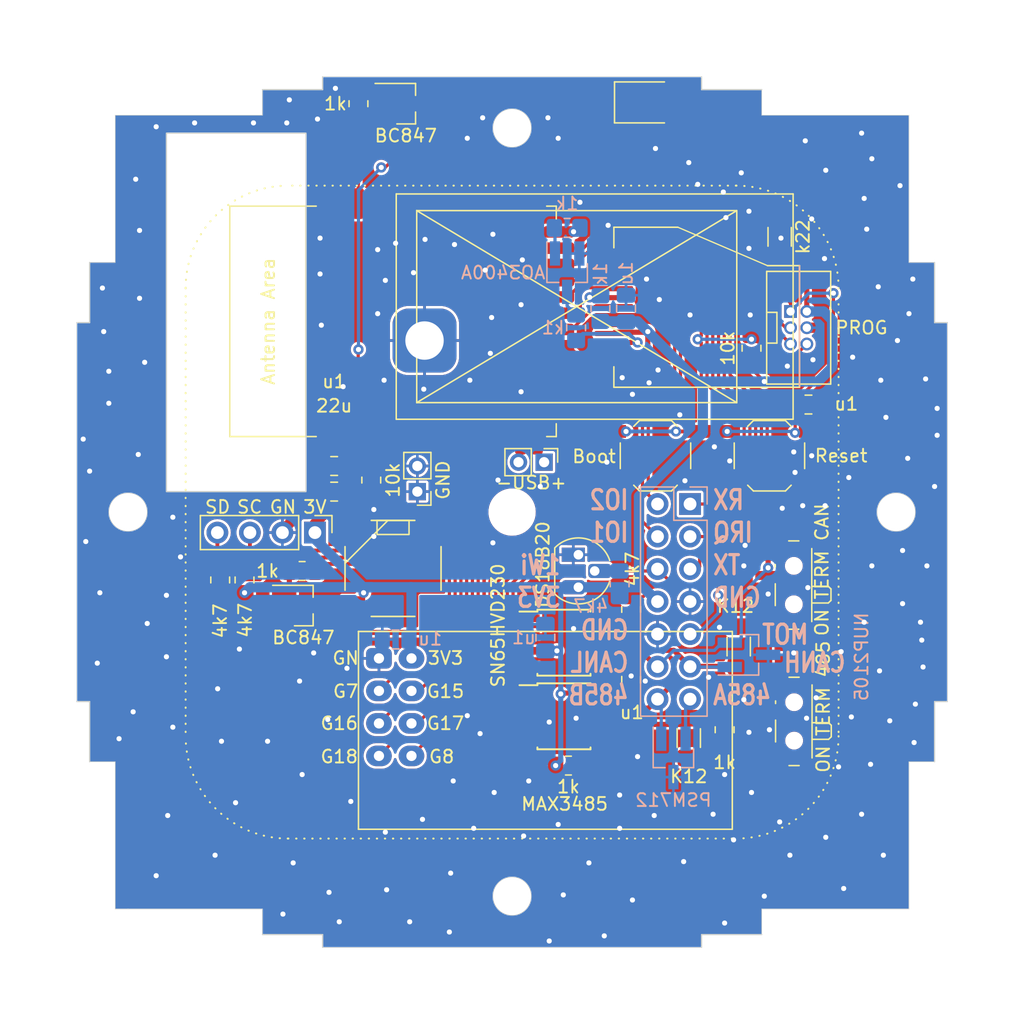
<source format=kicad_pcb>
(kicad_pcb (version 20221018) (generator pcbnew)
  (layers (0 "F.Cu" signal) (31 "B.Cu" signal) (34 "B.Paste" user) (35 "F.Paste" user) (36 "B.SilkS" user "B.Silkscreen") (37 "F.SilkS" user "F.Silkscreen") (38 "B.Mask" user) (39 "F.Mask" user) (44 "Edge.Cuts" user))
  (net 0 "")
  (net 1 "Net-(BZ1--)")
  (net 2 "+3V3")
  (net 3 "GND")
  (net 4 "ONE_WIRE")
  (net 5 "Net-(Q2-G)")
  (net 6 "PROG_EN")
  (net 7 "RS485B")
  (net 8 "RS485A")
  (net 9 "CANH")
  (net 10 "CANL")
  (net 11 "LED1")
  (net 12 "Net-(D7-K)")
  (net 13 "Net-(Q3-B)")
  (net 14 "MOTOR")
  (net 15 "Net-(D7-A)")
  (net 16 "SDA")
  (net 17 "SCL")
  (net 18 "USB+")
  (net 19 "USB-")
  (net 20 "PROG_TX")
  (net 21 "PROG_RX")
  (net 22 "PROG_IO0")
  (net 23 "Net-(Q1-B)")
  (net 24 "Net-(SW1-A)")
  (net 25 "BUZZER")
  (net 26 "Net-(U3-Rs)")
  (net 27 "Net-(SW2-A)")
  (net 28 "Net-(Q2-D)")
  (net 29 "485_RO")
  (net 30 "485_DE")
  (net 31 "485_DI")
  (net 32 "CAN_TX")
  (net 33 "CAN_RX")
  (net 35 "/LEDK")
  (net 36 "NRF_CE")
  (net 37 "NRF_CS")
  (net 38 "NRF_SCLK")
  (net 39 "NRF_MOSI")
  (net 40 "NRF_MISO")
  (net 41 "NRF_IRQ")
  (net 42 "FINGER_RX")
  (net 43 "FINGER_TX")
  (net 44 "FINGER_IRQ")
  (net 45 "CONTACT1")
  (net 46 "CONTACT2")
  (net 51 "/Reset")
  (net 55 "LCD_CS")
  (net 56 "LCD_RS")
  (net 57 "LCD_SCLK")
  (net 58 "LCD_MOSI")
  (net 59 "LCD_BACKLIGHT")
  (footprint "Resistor_SMD:R_0805_2012Metric_Pad1.20x1.40mm_HandSolder" (layer "F.Cu") (at 116.6 117 -90)
    (fp_text reference "R3" hide)
    (fp_text value "1k")
  )
  (footprint "liebler_SEMICONDUCTORS:SOIC-8_3.9x4.9mm_Pitch1.27mm_handsolder" (layer "F.Cu") (at 104.05 115.95)
    (fp_text reference "U2" hide)
    (fp_text value "MAX3485")
  )
  (footprint "Resistor_SMD:R_0805_2012Metric_Pad1.20x1.40mm_HandSolder" (layer "F.Cu") (at 77.2 105.3 -90)
    (fp_text reference "R1" hide)
    (fp_text value "4k7")
  )
  (footprint "Connector_PinHeader_2.54mm:PinHeader_1x04_P2.54mm_Vertical" (layer "F.Cu") (at 84.6 101.6 -90)
    (fp_text reference "J11" hide)
    (fp_text value "I2C_Sensor")
  )
  (footprint "Resistor_SMD:R_1206_3216Metric_Pad1.30x1.75mm_HandSolder" (layer "F.Cu") (at 117.7 110.5 -90)
    (fp_text reference "R8" hide)
    (fp_text value "K12")
  )
  (footprint "Resistor_SMD:R_1206_3216Metric_Pad1.30x1.75mm_HandSolder" (layer "F.Cu") (at 113.8 117.65 90)
    (fp_text reference "R5" hide)
    (fp_text value "K12")
  )
  (footprint "Capacitor_SMD:C_0805_2012Metric_Pad1.18x1.45mm_HandSolder" (layer "F.Cu") (at 86.1 98.4 180)
    (fp_text reference "C9" hide)
    (fp_text value "22u")
  )
  (footprint "liebler_MECH:XDCR_CMT-7525-80-SMT-TR_handsolder" (layer "F.Cu") (at 90.7 104.4 90)
    (fp_text reference "BZ1" hide)
    (fp_text value "Buzzer" hide)
  )
  (footprint "Package_TO_SOT_SMD:SOT-23_Handsoldering" (layer "F.Cu") (at 83.7 107.3)
    (fp_text reference "Q1" hide)
    (fp_text value "BC847")
  )
  (footprint "Resistor_SMD:R_0805_2012Metric_Pad1.20x1.40mm_HandSolder" (layer "F.Cu") (at 88 68.1 -90)
    (fp_text reference "R14" hide)
    (fp_text value "1k")
  )
  (footprint "liebler_MODULES:nRF24L01_Breakout" (layer "F.Cu") (at 89.6 111.425)
    (fp_text reference "U7" hide)
    (fp_text value "NRF24L01_Breakout")
  )
  (footprint "Resistor_SMD:R_0805_2012Metric_Pad1.20x1.40mm_HandSolder" (layer "F.Cu") (at 89 97.5 -90)
    (fp_text reference "R12" hide)
    (fp_text value "10k")
  )
  (footprint "liebler_MECH:SW_SPDT_PCM12_handsolder" (layer "F.Cu") (at 121.6775 105.7 90)
    (fp_text reference "SW2" hide)
    (fp_text value "ON TERM CAN")
  )
  (footprint "Resistor_SMD:R_0805_2012Metric_Pad1.20x1.40mm_HandSolder" (layer "F.Cu") (at 109.3 107.6 90)
    (fp_text reference "R7" hide)
    (fp_text value "4k7")
  )
  (footprint "liebler_MECH:SW_SPST_TL3342_smaller_handsolder" (layer "F.Cu") (at 111.2 95.6 180)
    (fp_text reference "SW5" hide)
    (fp_text value "Boot")
  )
  (footprint "Capacitor_SMD:C_0805_2012Metric_Pad1.18x1.45mm_HandSolder" (layer "F.Cu") (at 109.3 113.1 -90)
    (fp_text reference "C1" hide)
    (fp_text value "u1")
  )
  (footprint "Connector_PinHeader_2.00mm:PinHeader_1x02_P2.00mm_Vertical" (layer "F.Cu") (at 92.6 98.4 180)
    (fp_text reference "J2" hide)
    (fp_text value "GND")
  )
  (footprint "Resistor_SMD:R_0805_2012Metric_Pad1.20x1.40mm_HandSolder" (layer "F.Cu") (at 79.1 105.3 -90)
    (fp_text reference "R2" hide)
    (fp_text value "4k7")
  )
  (footprint "liebler_OPTO:LED_PLCC_2835_Handsoldering" (layer "F.Cu") (at 110.5 68)
    (fp_text reference "D7" hide)
    (fp_text value "LED")
  )
  (footprint "liebler_MODULES:ESP32-S3-WROOM-1_handsolder" (layer "F.Cu") (at 93.7 85.1 90)
    (fp_text reference "U1" hide)
    (fp_text value "ESP32-S3-WROOM-1")
  )
  (footprint "MountingHole:MountingHole_3.2mm_M3" (layer "F.Cu") (at 100 100)
    (fp_text reference "H1" hide)
    (fp_text value "CentralHole")
  )
  (footprint "Connector_PinHeader_2.00mm:PinHeader_1x02_P2.00mm_Vertical" (layer "F.Cu") (at 102.5 96.1 -90)
    (fp_text reference "J1" hide)
    (fp_text value "-USB+")
  )
  (footprint "Package_TO_SOT_THT:TO-92_HandSolder" (layer "F.Cu") (at 105.18 103.33 -90)
    (fp_text reference "U8" hide)
    (fp_text value "DS18B20")
  )
  (footprint "Resistor_SMD:R_0805_2012Metric_Pad1.20x1.40mm_HandSolder" (layer "F.Cu") (at 104.4 119.8)
    (fp_text reference "R4" hide)
    (fp_text value "1k")
  )
  (footprint "liebler_OPTO:FP-114 13pol top only" (layer "F.Cu") (at 105.05 83.95)
    (fp_text reference "X1" hide)
    (fp_text value "LH114" hide)
  )
  (footprint "liebler_CONN:IDC_2x03_P1.27mm_Vertical" (layer "F.Cu") (at 122.385 85.6)
    (fp_text reference "J10" hide)
    (fp_text value "PROG")
  )
  (footprint "Resistor_SMD:R_1206_3216Metric_Pad1.30x1.75mm_HandSolder" (layer "F.Cu") (at 120.9 78.5 90)
    (fp_text reference "R24" hide)
    (fp_text value "k22")
  )
  (footprint "liebler_MECH:SW_SPST_TL3342_smaller_handsolder" (layer "F.Cu") (at 120.1 95.6 180)
    (fp_text reference "SW4" hide)
    (fp_text value "Reset")
  )
  (footprint "Capacitor_SMD:C_0805_2012Metric_Pad1.18x1.45mm_HandSolder" (layer "F.Cu") (at 123.15 91.6)
    (fp_text reference "C10" hide)
    (fp_text value "u1")
  )
  (footprint "liebler_SEMICONDUCTORS:SOIC-8_3.9x4.9mm_Pitch1.27mm_handsolder" (layer "F.Cu") (at 104.05 110.2)
    (fp_text reference "U3" hide)
    (fp_text value "SN65HVD230")
  )
  (footprint "Resistor_SMD:R_0805_2012Metric_Pad1.20x1.40mm_HandSolder" (layer "F.Cu") (at 83.6 104.6)
    (fp_text reference "R6" hide)
    (fp_text value "1k")
  )
  (footprint "Resistor_SMD:R_0805_2012Metric_Pad1.20x1.40mm_HandSolder" (layer "F.Cu") (at 118.7 87.2 -90)
    (fp_text reference "R13" hide)
    (fp_text value "10k")
  )
  (footprint "Capacitor_SMD:C_0805_2012Metric_Pad1.18x1.45mm_HandSolder" (layer "F.Cu") (at 86.1 96.4 180)
    (fp_text reference "C8" hide)
    (fp_text value "u1")
  )
  (footprint "liebler_MECH:SW_SPDT_PCM12_handsolder" (layer "F.Cu") (at 121.7 116.35 90)
    (fp_text reference "SW1" hide)
    (fp_text value "ON TERM 485")
  )
  (footprint "Package_TO_SOT_SMD:SOT-23_Handsoldering" (layer "F.Cu") (at 91.7 68.1)
    (fp_text reference "Q3" hide)
    (fp_text value "BC847")
  )
  (footprint "Package_TO_SOT_SMD:SOT-23_Handsoldering" (layer "B.Cu") (at 112.6 119.2 -90)
    (fp_text reference "D1" hide)
    (fp_text value "PSM712")
  )
  (footprint "Resistor_SMD:R_0805_2012Metric_Pad1.20x1.40mm_HandSolder" (layer "B.Cu") (at 106.9 84.1 90)
    (fp_text reference "R11" hide)
    (fp_text value "1k")
  )
  (footprint "Resistor_SMD:R_0805_2012Metric_Pad1.20x1.40mm_HandSolder" (layer "B.Cu") (at 108.4 105.6 -90)
    (fp_text reference "R17" hide)
    (fp_text value "4k7")
  )
  (footprint "Resistor_SMD:R_0805_2012Metric_Pad1.20x1.40mm_HandSolder" (layer "B.Cu") (at 104.3 77.8 180)
    (fp_text reference "R9" hide)
    (fp_text value "1k")
  )
  (footprint "Capacitor_SMD:C_0805_2012Metric_Pad1.18x1.45mm_HandSolder" (layer "B.Cu") (at 102.6 109.8 90)
    (fp_text reference "C2" hide)
    (fp_text value "u1")
  )
  (footprint "Connector_PinHeader_2.54mm:PinHeader_2x07_P2.54mm_Vertical" (layer "B.Cu") (at 113.9 99.37 180)
    (fp_text reference "J8" hide)
    (fp_text value "BaseConnect")
  )
  (footprint "liebler_SEMICONDUCTORS:SOT-23_Handsoldering" (layer "B.Cu") (at 104.3 81.3 -90)
    (fp_text reference "Q2" hide)
    (fp_text value "AO3400A")
  )
  (footprint "Package_TO_SOT_SMD:SOT-23_Handsoldering" (layer "B.Cu") (at 118.5 111.15)
    (fp_text reference "D2" hide)
    (fp_text value "NUP2105")
  )
  (footprint "Resistor_SMD:R_0805_2012Metric_Pad1.20x1.40mm_HandSolder" (layer "B.Cu") (at 105 85.6 -90)
    (fp_text reference "R10" hide)
    (fp_text value "k1")
  )
  (footprint "Capacitor_SMD:C_0805_2012Metric_Pad1.18x1.45mm_HandSolder" (layer "B.Cu") (at 108.9 84.1 90)
    (fp_text reference "C3" hide)
    (fp_text value "1u")
  )
  (footprint "Capacitor_SMD:C_0805_2012Metric_Pad1.18x1.45mm_HandSolder" (layer "B.Cu") (at 90.9 109.95 180)
    (fp_text reference "C4" hide)
    (fp_text value "1u")
  )
  (gr_line (start 82.5 125.5) (end 117.5 125.5) (stroke (width 0.15) (type dot)) (layer "F.SilkS"))
  (gr_arc (start 125.5 117.5) (mid 123.156855 123.156855) (end 117.5 125.5) (stroke (width 0.15) (type dot)) (layer "F.SilkS"))
  (gr_line (start 125.5 82.5) (end 125.5 117.5) (stroke (width 0.15) (type dot)) (layer "F.SilkS"))
  (gr_arc (start 82.5 125.5) (mid 76.843146 123.156854) (end 74.5 117.5) (stroke (width 0.15) (type dot)) (layer "F.SilkS"))
  (gr_arc (start 117.5 74.5) (mid 123.156855 76.843145) (end 125.5 82.5) (stroke (width 0.15) (type dot)) (layer "F.SilkS"))
  (gr_arc (start 74.5 82.5) (mid 76.843146 76.843146) (end 82.5 74.5) (stroke (width 0.15) (type dot)) (layer "F.SilkS"))
  (gr_line (start 117.5 74.5) (end 82.5 74.5) (stroke (width 0.15) (type dot)) (layer "F.SilkS"))
  (gr_line (start 74.5 82.5) (end 74.5 117.5) (stroke (width 0.15) (type dot)) (layer "F.SilkS"))
  (gr_line (start 119.5 133) (end 114.8 133) (stroke (width 0.1)) (layer "Edge.Cuts"))
  (gr_line (start 133 119.5) (end 133 114.8) (stroke (width 0.1)) (layer "Edge.Cuts"))
  (gr_line (start 133 85.2) (end 134 85.2) (stroke (width 0.1)) (layer "Edge.Cuts"))
  (gr_circle (center 70 100) (end 70 98.5) (stroke (width 0.05)) (fill none) (layer "Edge.Cuts"))
  (gr_line (start 131 119.5) (end 131 131) (stroke (width 0.05)) (layer "Edge.Cuts"))
  (gr_line (start 85.2 67) (end 85.2 66) (stroke (width 0.1)) (layer "Edge.Cuts"))
  (gr_line (start 66 85.2) (end 67 85.2) (stroke (width 0.1)) (layer "Edge.Cuts"))
  (gr_line (start 67 114.8) (end 66 114.8) (stroke (width 0.1)) (layer "Edge.Cuts"))
  (gr_circle (center 100 70) (end 100 68.5) (stroke (width 0.05)) (fill none) (layer "Edge.Cuts"))
  (gr_line (start 119.5 69) (end 131 69) (stroke (width 0.05)) (layer "Edge.Cuts"))
  (gr_line (start 80.5 133) (end 85.2 133) (stroke (width 0.1)) (layer "Edge.Cuts"))
  (gr_line (start 114.8 67) (end 114.8 66) (stroke (width 0.1)) (layer "Edge.Cuts"))
  (gr_line (start 119.5 67) (end 114.8 67) (stroke (width 0.1)) (layer "Edge.Cuts"))
  (gr_line (start 67 80.5) (end 69 80.5) (stroke (width 0.05)) (layer "Edge.Cuts"))
  (gr_line (start 85.2 66) (end 114.8 66) (stroke (width 0.05)) (layer "Edge.Cuts"))
  (gr_line (start 67 80.5) (end 67 85.2) (stroke (width 0.1)) (layer "Edge.Cuts"))
  (gr_line (start 69 80.5) (end 69 69) (stroke (width 0.05)) (layer "Edge.Cuts"))
  (gr_line (start 80.5 133) (end 80.5 131) (stroke (width 0.05)) (layer "Edge.Cuts"))
  (gr_rect (start 73 70.4) (end 83.9 98.4) (stroke (width 0.1)) (fill none) (layer "Edge.Cuts"))
  (gr_line (start 133 80.5) (end 133 85.2) (stroke (width 0.1)) (layer "Edge.Cuts"))
  (gr_line (start 133 114.8) (end 134 114.8) (stroke (width 0.1)) (layer "Edge.Cuts"))
  (gr_line (start 133 119.5) (end 131 119.5) (stroke (width 0.05)) (layer "Edge.Cuts"))
  (gr_line (start 119.5 131) (end 119.5 133) (stroke (width 0.05)) (layer "Edge.Cuts"))
  (gr_circle (center 100 130) (end 100 128.5) (stroke (width 0.05)) (fill none) (layer "Edge.Cuts"))
  (gr_line (start 69 131) (end 69 119.5) (stroke (width 0.05)) (layer "Edge.Cuts"))
  (gr_line (start 80.5 131) (end 70 131) (stroke (width 0.05)) (layer "Edge.Cuts"))
  (gr_line (start 80.5 69) (end 80.5 67) (stroke (width 0.05)) (layer "Edge.Cuts"))
  (gr_line (start 131 80.5) (end 133 80.5) (stroke (width 0.05)) (layer "Edge.Cuts"))
  (gr_line (start 67 119.5) (end 67 114.8) (stroke (width 0.1)) (layer "Edge.Cuts"))
  (gr_line (start 119.5 67) (end 119.5 69) (stroke (width 0.05)) (layer "Edge.Cuts"))
  (gr_line (start 131 131) (end 119.5 131) (stroke (width 0.05)) (layer "Edge.Cuts"))
  (gr_line (start 114.8 133) (end 114.8 134) (stroke (width 0.1)) (layer "Edge.Cuts"))
  (gr_line (start 114.8 134) (end 85.2 134) (stroke (width 0.05)) (layer "Edge.Cuts"))
  (gr_line (start 69 119.5) (end 67 119.5) (stroke (width 0.05)) (layer "Edge.Cuts"))
  (gr_line (start 85.2 133) (end 85.2 134) (stroke (width 0.1)) (layer "Edge.Cuts"))
  (gr_line (start 66 114.8) (end 66 85.2) (stroke (width 0.05)) (layer "Edge.Cuts"))
  (gr_line (start 70 131) (end 69 131) (stroke (width 0.05)) (layer "Edge.Cuts"))
  (gr_circle (center 130 100) (end 130 98.5) (stroke (width 0.05)) (fill none) (layer "Edge.Cuts"))
  (gr_line (start 131 80.5) (end 131 69) (stroke (width 0.05)) (layer "Edge.Cuts"))
  (gr_line (start 69 69) (end 80.5 69) (stroke (width 0.05)) (layer "Edge.Cuts"))
  (gr_line (start 134 85.2) (end 134 114.8) (stroke (width 0.05)) (layer "Edge.Cuts"))
  (gr_line (start 80.5 67) (end 85.2 67) (stroke (width 0.1)) (layer "Edge.Cuts"))
  (gr_text "485A" (at 115.57 114.3) (layer "B.SilkS") (effects (font (size 1.5 1.2) (thickness 0.25) bold) (justify right mirror)))
  (gr_text "485B" (at 109.22 114.3) (layer "B.SilkS") (effects (font (size 1.5 1.2) (thickness 0.25) bold) (justify left mirror)))
  (gr_text "RX" (at 115.57 99.06) (layer "B.SilkS") (effects (font (size 1.5 1.2) (thickness 0.25) bold) (justify right mirror)))
  (gr_text "MOT" (at 119.4 109.57) (layer "B.SilkS") (effects (font (size 1.5 1.2) (thickness 0.25) bold) (justify right mirror)))
  (gr_text "3V3" (at 103.9 106.68) (layer "B.SilkS") (effects (font (size 1.5 1.2) (thickness 0.25) bold) (justify left mirror)))
  (gr_text "CANL" (at 109.22 111.76) (layer "B.SilkS") (effects (font (size 1.5 1.2) (thickness 0.25) bold) (justify left mirror)))
  (gr_text "IO1" (at 109.22 101.6) (layer "B.SilkS") (effects (font (size 1.5 1.2) (thickness 0.25) bold) (justify left mirror)))
  (gr_text "GND" (at 115.57 106.68) (layer "B.SilkS") (effects (font (size 1.5 1.2) (thickness 0.25) bold) (justify right mirror)))
  (gr_text "CANH" (at 121.1 111.76) (layer "B.SilkS") (effects (font (size 1.5 1.2) (thickness 0.25) bold) (justify right mirror)))
  (gr_text "TX" (at 115.57 104.14) (layer "B.SilkS") (effects (font (size 1.5 1.2) (thickness 0.25) bold) (justify right mirror)))
  (gr_text "IRQ" (at 115.57 101.6) (layer "B.SilkS") (effects (font (size 1.5 1.2) (thickness 0.25) bold) (justify right mirror)))
  (gr_text "IO2" (at 109.22 99.06) (layer "B.SilkS") (effects (font (size 1.5 1.2) (thickness 0.25) bold) (justify left mirror)))
  (gr_text "GND" (at 109.22 109.22) (layer "B.SilkS") (effects (font (size 1.5 1.2) (thickness 0.25) bold) (justify left mirror)))
  (gr_text "1Wi" (at 103.9 104.14) (layer "B.SilkS") (effects (font (size 1.5 1.2) (thickness 0.25) bold) (justify left mirror)))
  (gr_text "GN" (at 87 111.4) (layer "F.SilkS") (effects (font (size 1 1))))
  (gr_text "SC" (at 79.5 99.6) (layer "F.SilkS") (effects (font (size 1 1))))
  (gr_text "G17" (at 94.8 116.5) (layer "F.SilkS") (effects (font (size 1 1))))
  (gr_text "GN" (at 82.1 99.6) (layer "F.SilkS") (effects (font (size 1 1))))
  (gr_text "G15" (at 94.8 114) (layer "F.SilkS") (effects (font (size 1 1))))
  (gr_text "3V" (at 84.6 99.6) (layer "F.SilkS") (effects (font (size 1 1))))
  (gr_text "G7" (at 87 114) (layer "F.SilkS") (effects (font (size 1 1))))
  (gr_text "G8" (at 94.5 119.1) (layer "F.SilkS") (effects (font (size 1 1))))
  (gr_text "G18" (at 86.5 119.1) (layer "F.SilkS") (effects (font (size 1 1))))
  (gr_text "SD" (at 77 99.6) (layer "F.SilkS") (effects (font (size 1 1))))
  (gr_text "G16" (at 86.5 116.5) (layer "F.SilkS") (effects (font (size 1 1))))
  (gr_text "3V3" (at 94.8 111.4) (layer "F.SilkS") (effects (font (size 1 1))))
  (segment (start 92.9 109.4) (end 93.775 108.525) (width 0.4) (layer "F.Cu") (net 1))
  (segment (start 86.35 109.4) (end 92.9 109.4) (width 0.4) (layer "F.Cu") (net 1))
  (segment (start 85.2 107.3) (end 85.7 107.3) (width 0.4) (layer "F.Cu") (net 1))
  (segment (start 86.1 107.7) (end 86.1 109.15) (width 0.4) (layer "F.Cu") (net 1))
  (segment (start 85.7 107.3) (end 86.1 107.7) (width 0.4) (layer "F.Cu") (net 1))
  (segment (start 86.1 109.15) (end 86.35 109.4) (width 0.4) (layer "F.Cu") (net 1))
  (segment (start 86.71 98.765) (end 86.25 99.225) (width 0.8) (layer "F.Cu") (net 2))
  (segment (start 107.05 114.045) (end 109.2075 114.045) (width 0.25) (layer "F.Cu") (net 2))
  (segment (start 110.6 85.9) (end 110.6 86.268629) (width 0.4) (layer "F.Cu") (net 2))
  (segment (start 110.231371 85.9) (end 110.6 85.9) (width 0.4) (layer "F.Cu") (net 2))
  (segment (start 118.7 88.2) (end 118.7 88.8) (width 0.25) (layer "F.Cu") (net 2))
  (segment (start 103.5 110.835) (end 101.05 110.835) (width 0.4) (layer "F.Cu") (net 2))
  (segment (start 123.02 84.33) (end 123.02 82.17) (width 0.4) (layer "F.Cu") (net 2))
  (segment (start 77.2 106.3) (end 79.1 106.3) (width 0.4) (layer "F.Cu") (net 2))
  (segment (start 103.8625 114.1375) (end 109.3 114.1375) (width 0.4) (layer "F.Cu") (net 2))
  (segment (start 110.281371 87.55) (end 108.05 87.55) (width 0.4) (layer "F.Cu") (net 2))
  (segment (start 107.95 86.05) (end 108.05 85.95) (width 0.4) (layer "F.Cu") (net 2))
  (segment (start 123.02 82.17) (end 120.9 80.05) (width 0.4) (layer "F.Cu") (net 2))
  (segment (start 84.6 100.88401) (end 84.6 101.6) (width 0.8) (layer "F.Cu") (net 2))
  (segment (start 110.6 87.231371) (end 110.281371 87.55) (width 0.4) (layer "F.Cu") (net 2))
  (segment (start 118.7 88.8) (end 119.7 89.8) (width 0.25) (layer "F.Cu") (net 2))
  (segment (start 108.05 87.55) (end 107.95 87.45) (width 0.4) (layer "F.Cu") (net 2))
  (segment (start 103.8 114.2) (end 103.8625 114.1375) (width 0.4) (layer "F.Cu") (net 2))
  (segment (start 86.25 99.23401) (end 84.6 100.88401) (width 0.8) (layer "F.Cu") (net 2))
  (segment (start 110.6 86.268629) (end 110.6 87.231371) (width 0.4) (layer "F.Cu") (net 2))
  (segment (start 86.71 94.3) (end 86.71 98.765) (width 0.8) (layer "F.Cu") (net 2))
  (segment (start 110.281371 85.95) (end 110.231371 85.9) (width 0.4) (layer "F.Cu") (net 2))
  (segment (start 86.25 99.225) (end 86.25 99.23401) (width 0.8) (layer "F.Cu") (net 2))
  (segment (start 108.05 85.95) (end 110.281371 85.95) (width 0.4) (layer "F.Cu") (net 2))
  (segment (start 89 98.5) (end 87.2375 98.5) (width 0.8) (layer "F.Cu") (net 2))
  (via (at 79.1 106.3) (size 0.8) (drill 0.4) (layers "F.Cu" "B.Cu") (net 2))
  (via (at 119.7 89.8) (size 0.8) (drill 0.4) (layers "F.Cu" "B.Cu") (net 2))
  (via (at 103.5 110.835) (size 0.8) (drill 0.4) (layers "F.Cu" "B.Cu") (net 2))
  (via (at 110.6 85.9) (size 0.8) (drill 0.4) (layers "F.Cu" "B.Cu") (net 2))
  (via (at 103.8 114.2) (size 0.8) (drill 0.4) (layers "F.Cu" "B.Cu") (net 2))
  (via (at 103.4 119.8) (size 0.8) (drill 0.4) (layers "F.Cu" "B.Cu") (net 2))
  (via (at 88.4 106.3) (size 0.8) (drill 0.4) (layers "F.Cu" "B.Cu") (net 2))
  (segment (start 92.14 111.425) (end 92.14 105.91) (width 0.8) (layer "B.Cu") (net 2))
  (segment (start 110.75939 97.92) (end 110.78 97.92) (width 0.8) (layer "B.Cu") (net 2))
  (segment (start 89 105.87) (end 88.37 105.87) (width 0.8) (layer "B.Cu") (net 2))
  (segment (start 108.9 85.1375) (end 106.9375 85.1375) (width 0.4) (layer "B.Cu") (net 2))
  (segment (start 110.78 97.92) (end 114.9 93.8) (width 0.8) (layer "B.Cu") (net 2))
  (segment (start 111.36 106.99) (end 109.91 105.54) (width 0.8) (layer "B.Cu") (net 2))
  (segment (start 123.9 89.8) (end 119.7 89.8) (width 0.8) (layer "B.Cu") (net 2))
  (segment (start 110.24 105.87) (end 111.36 106.99) (width 0.8) (layer "B.Cu") (net 2))
  (segment (start 89 105.87) (end 79.53 105.87) (width 0.8) (layer "B.Cu") (net 2))
  (segment (start 105.18 105.87) (end 92.1 105.87) (width 0.8) (layer "B.Cu") (net 2))
  (segment (start 84.6 102.1) (end 84.6 101.6) (width 0.8) (layer "B.Cu") (net 2))
  (segment (start 92.14 105.91) (end 92.1 105.87) (width 0.8) (layer "B.Cu") (net 2))
  (segment (start 124.33 84.33) (end 125 85) (width 0.8) (layer "B.Cu") (net 2))
  (segment (start 125 85) (end 125 88.7) (width 0.8) (layer "B.Cu") (net 2))
  (segment (start 109.8375 85.1375) (end 110.3 85.6) (width 0.4) (layer "B.Cu") (net 2))
  (segment (start 125 88.7) (end 123.9 89.8) (width 0.8) (layer "B.Cu") (net 2))
  (segment (start 110.3 85.6) (end 110.6 85.9) (width 0.4) (layer "B.Cu") (net 2))
  (segment (start 109.8 85.1) (end 106.9 85.1) (width 0.8) (layer "B.Cu") (net 2))
  (segment (start 114.5 89.8) (end 110.3 85.6) (width 0.8) (layer "B.Cu") (net 2))
  (segment (start 109.91 98.76939) (end 110.75939 97.92) (width 0.8) (layer "B.Cu") (net 2))
  (segment (start 105.18 105.87) (end 110.24 105.87) (width 0.8) (layer "B.Cu") (net 2))
  (segment (start 123.02 84.33) (end 124.33 84.33) (width 0.8) (layer "B.Cu") (net 2))
  (segment (start 103.8 119.4) (end 103.8 105.87) (width 0.4) (layer "B.Cu") (net 2))
  (segment (start 114.9 90.2) (end 114.5 89.8) (width 0.8) (layer "B.Cu") (net 2))
  (segment (start 108.9 85.1375) (end 109.8375 85.1375) (width 0.4) (layer "B.Cu") (net 2))
  (segment (start 109.91 105.54) (end 109.91 98.76939) (width 0.8) (layer "B.Cu") (net 2))
  (segment (start 118.87939 89.8) (end 114.5 89.8) (width 0.8) (layer "B.Cu") (net 2))
  (segment (start 114.9 93.8) (end 114.9 90.2) (width 0.8) (layer "B.Cu") (net 2))
  (segment (start 92.1 105.87) (end 89 105.87) (width 0.8) (layer "B.Cu") (net 2))
  (segment (start 88.37 105.87) (end 84.6 102.1) (width 0.8) (layer "B.Cu") (net 2))
  (segment (start 114.5 89.8) (end 110.6 85.9) (width 0.4) (layer "B.Cu") (net 2))
  (segment (start 103.8 105.87) (end 105.18 105.87) (width 0.4) (layer "B.Cu") (net 2))
  (segment (start 79.53 105.87) (end 79.1 106.3) (width 0.8) (layer "B.Cu") (net 2))
  (segment (start 119.5 89.8) (end 118.87939 89.8) (width 0.8) (layer "B.Cu") (net 2))
  (segment (start 103.753834 105.87) (end 105.18 105.87) (width 0.4) (layer "B.Cu") (net 2))
  (segment (start 110.3 85.6) (end 109.8 85.1) (width 0.8) (layer "B.Cu") (net 2))
  (segment (start 103.4 119.8) (end 103.8 119.4) (width 0.4) (layer "B.Cu") (net 2))
  (segment (start 110.529899 88.15) (end 107.95 88.15) (width 0.4) (layer "F.Cu") (net 3))
  (segment (start 85.44 98.06) (end 82.06 101.44) (width 0.8) (layer "F.Cu") (net 3))
  (segment (start 107.95 84.65) (end 110.481371 84.65) (width 0.4) (layer "F.Cu") (net 3))
  (segment (start 110.481371 84.65) (end 111.4 85.568629) (width 0.4) (layer "F.Cu") (net 3))
  (segment (start 109.3 112.0625) (end 109.3 112.8) (width 0.4) (layer "F.Cu") (net 3))
  (segment (start 111.4 87.279899) (end 110.529899 88.15) (width 0.4) (layer "F.Cu") (net 3))
  (segment (start 123.02 85.6) (end 124.1 85.6) (width 0.8) (layer "F.Cu") (net 3))
  (segment (start 85.44 94.3) (end 85.44 98.06) (width 0.8) (layer "F.Cu") (net 3))
  (segment (start 111.4 85.568629) (end 111.4 87.279899) (width 0.4) (layer "F.Cu") (net 3))
  (via (at 87.4 122.6) (size 0.8) (drill 0.4) (layers "F.Cu" "B.Cu") (net 3))
  (via (at 72.2 69.9) (size 0.8) (drill 0.4) (layers "F.Cu" "B.Cu") (net 3))
  (via (at 113.1 92.4) (size 0.8) (drill 0.4) (layers "F.Cu" "B.Cu") (net 3))
  (via (at 132 110) (size 0.8) (drill 0.4) (layers "F.Cu" "B.Cu") (net 3))
  (via (at 118.5 76.5) (size 0.8) (drill 0.4) (layers "F.Cu" "B.Cu") (net 3))
  (via (at 133 98) (size 0.8) (drill 0.4) (layers "F.Cu" "B.Cu") (net 3))
  (via (at 68.1 85.9) (size 0.8) (drill 0.4) (layers "F.Cu" "B.Cu") (net 3))
  (via (at 111.2 71.6) (size 0.8) (drill 0.4) (layers "F.Cu" "B.Cu") (net 3))
  (via (at 82.9 127.4) (size 0.8) (drill 0.4) (layers "F.Cu" "B.Cu") (net 3))
  (via (at 122 95.3) (size 0.8) (drill 0.4) (layers "F.Cu" "B.Cu") (net 3))
  (via (at 66.5 94.3) (size 0.8) (drill 0.4) (layers "F.Cu" "B.Cu") (net 3))
  (via (at 118.1 104.2) (size 0.8) (drill 0.4) (layers "F.Cu" "B.Cu") (net 3))
  (via (at 127.5 108.6) (size 0.8) (drill 0.4) (layers "F.Cu" "B.Cu") (net 3))
  (via (at 131.5 115) (size 0.8) (drill 0.4) (layers "F.Cu" "B.Cu") (net 3))
  (via (at 109.3 112.8) (size 0.8) (drill 0.4) (layers "F.Cu" "B.Cu") (net 3))
  (via (at 130.9 95.8) (size 0.8) (drill 0.4) (layers "F.Cu" "B.Cu") (net 3))
  (via (at 79.8 69.6) (size 0.8) (drill 0.4) (layers "F.Cu" "B.Cu") (net 3))
  (via (at 98.6 121.9) (size 0.8) (drill 0.4) (layers "F.Cu" "B.Cu") (net 3))
  (via (at 90.1 125) (size 0.8) (drill 0.4) (layers "F.Cu" "B.Cu") (net 3))
  (via (at 90.1 81.9) (size 0.8) (drill 0.4) (layers "F.Cu" "B.Cu") (net 3))
  (via (at 82.4 69.6) (size 0.8) (drill 0.4) (layers "F.Cu" "B.Cu") (net 3))
  (via (at 70.4 115.6) (size 0.8) (drill 0.4) (layers "F.Cu" "B.Cu") (net 3))
  (via (at 93.1 90.4) (size 0.8) (drill 0.4) (layers "F.Cu" "B.Cu") (net 3))
  (via (at 73.1 123.7) (size 0.8) (drill 0.4) (layers "F.Cu" "B.Cu") (net 3))
  (via (at 128 119.7) (size 0.8) (drill 0.4) (layers "F.Cu" "B.Cu") (net 3))
  (via (at 119.7 130) (size 0.8) (drill 0.4) (layers "F.Cu" "B.Cu") (net 3))
  (via (at 118.2 102.6) (size 0.8) (drill 0.4) (layers "F.Cu" "B.Cu") (net 3))
  (via (at 76.8 126.8) (size 0.8) (drill 0.4) (layers "F.Cu" "B.Cu") (net 3))
  (via (at 118.5 79.4) (size 0.8) (drill 0.4) (layers "F.Cu" "B.Cu") (net 3))
  (via (at 100.9 125.3) (size 0.8) (drill 0.4) (layers "F.Cu" "B.Cu") (net 3))
  (via (at 123.1 105.9) (size 0.8) (drill 0.4) (layers "F.Cu" "B.Cu") (net 3))
  (via (at 68 82.5) (size 0.8) (drill 0.4) (layers "F.Cu" "B.Cu") (net 3))
  (via (at 96.7 89.7) (size 0.8) (drill 0.4) (layers "F.Cu" "B.Cu") (net 3))
  (via (at 125.7 110.9) (size 0.8) (drill 0.4) (layers "F.Cu" "B.Cu") (net 3))
  (via (at 117 96) (size 0.8) (drill 0.4) (layers "F.Cu" "B.Cu") (net 3))
  (via (at 72.2 128.4) (size 0.8) (drill 0.4) (layers "F.Cu" "B.Cu") (net 3))
  (via (at 69.3 117.7) (size 0.8) (drill 0.4) (layers "F.Cu" "B.Cu") (net 3))
  (via (at 89.2 99.8) (size 0.8) (drill 0.4) (layers "F.Cu" "B.Cu") (net 3))
  (via (at 68.5 91.5) (size 0.8) (drill 0.4) (layers "F.Cu" "B.Cu") (net 3))
  (via (at 78.7 110.7) (size 0.8) (drill 0.4) (layers "F.Cu" "B.Cu") (net 3))
  (via (at 127.3 123.6) (size 0.8) (drill 0.4) (layers "F.Cu" "B.Cu") (net 3))
  (via (at 127.3 70.4) (size 0.8) (drill 0.4) (layers "F.Cu" "B.Cu") (net 3))
  (via (at 86.8 90.2) (size 0.8) (drill 0.4) (layers "F.Cu" "B.Cu") (net 3))
  (via (at 70.9 83.3) (size 0.8) (drill 0.4) (layers "F.Cu" "B.Cu") (net 3))
  (via (at 121.1 99.7) (size 0.8) (drill 0.4) (layers "F.Cu" "B.Cu") (net 3))
  (via (at 92.3 81.3) (size 0.8) (drill 0.4) (layers "F.Cu" "B.Cu") (net 3))
  (via (at 85.7 129.7) (size 0.8) (drill 0.4) (layers "F.Cu" "B.Cu") (net 3))
  (via (at 84.8 69.3) (size 0.8) (drill 0.4) (layers "F.Cu" "B.Cu") (net 3))
  (via (at 127.5 75.5) (size 0.8) (drill 0.4) (layers "F.Cu" "B.Cu") (net 3))
  (via (at 97.5 117.3) (size 0.8) (drill 0.4) (layers "F.Cu" "B.Cu") (net 3))
  (via (at 125.5 119.9) (size 0.8) (drill 0.4) (layers "F.Cu" "B.Cu") (net 3))
  (via (at 83.4 113.2) (size 0.8) (drill 0.4) (layers "F.Cu" "B.Cu") (net 3))
  (via (at 77.3 117.9) (size 0.8) (drill 0.4) (layers "F.Cu" "B.Cu") (net 3))
  (via (at 82.6 67.8) (size 0.8) (drill 0.4) (layers "F.Cu" "B.Cu") (net 3))
  (via (at 124.5 73.3) (size 0.8) (drill 0.4) (layers "F.Cu" "B.Cu") (net 3))
  (via (at 77 113.8) (size 0.8) (drill 0.4) (layers "F.Cu" "B.Cu") (net 3))
  (via (at 74.1 103.5) (size 0.8) (drill 0.4) (layers "F.Cu" "B.Cu") (net 3))
  (via (at 111.4 88.9) (size 0.8) (drill 0.4) (layers "F.Cu" "B.Cu") (net 3))
  (via (at 98.9 97.5) (size 0.8) (drill 0.4) (layers "F.Cu" "B.Cu") (net 3))
  (via (at 129 126.8) (size 0.8) (drill 0.4) (layers "F.Cu" "B.Cu") (net 3))
  (via (at 82.1 131.4) (size 0.8) (drill 0.4) (layers "F.Cu" "B.Cu") (net 3))
  (via (at 124.5 125.4) (size 0.8) (drill 0.4) (layers "F.Cu" "B.Cu") (net 3))
  (via (at 95.1 132.8) (size 0.8) (drill 0.4) (layers "F.Cu" "B.Cu") (net 3))
  (via (at 84.5 111) (size 0.8) (drill 0.4) (layers "F.Cu" "B.Cu") (net 3))
  (via (at 111.5 83.4) (size 0.8) (drill 0.4) (layers "F.Cu" "B.Cu") (net 3))
  (via (at 106 127.4) (size 0.8) (drill 0.4) (layers "F.Cu" "B.Cu") (net 3))
  (via (at 73 106.5) (size 0.8) (drill 0.4) (layers "F.Cu" "B.Cu") (net 3))
  (via (at 115.7 123.6) (size 0.8) (drill 0.4) (layers "F.Cu" "B.Cu") (net 3))
  (via (at 96.5 70.8) (size 0.8) (drill 0.4) (layers "F.Cu" "B.Cu") (net 3))
  (via (at 89.2 101.9) (size 0.8) (drill 0.4) (layers "F.Cu" "B.Cu") (net 3))
  (via (at 120 106.4) (size 0.8) (drill 0.4) (layers "F.Cu" "B.Cu") (net 3))
  (via (at 97.9 81.1) (size 0.8) (drill 0.4) (layers "F.Cu" "B.Cu") (net 3))
  (via (at 98.3 87.6) (size 0.8) (drill 0.4) (layers "F.Cu" "B.Cu") (net 3))
  (via (at 97.7 69.2) (size 0.8) (drill 0.4) (layers "F.Cu" "B.Cu") (net 3))
  (via (at 118.1 114.65) (size 0.8) (drill 0.4) (layers "F.Cu" "B.Cu") (net 3))
  (via (at 126.5 116) (size 0.8) (drill 0.4) (layers "F.Cu" "B.Cu") (net 3))
  (via (at 102.2 98) (size 0.8) (drill 0.4) (layers "F.Cu" "B.Cu") (net 3))
  (via (at 128.6 82.4) (size 0.8) (drill 0.4) (layers "F.Cu" "B.Cu") (net 3))
  (via (at 67.6 111.8) (size 0.8) (drill 0.4) (layers "F.Cu" "B.Cu") (net 3))
  (via (at 122 111) (size 0.8) (drill 0.4) (layers "F.Cu" "B.Cu") (net 3))
  (via (at 98.4 84.8) (size 0.8) (drill 0.4) (layers "F.Cu" "B.Cu") (net 3))
  (via (at 102.8 69.2) (size 0.8) (drill 0.4) (layers "F.Cu" "B.Cu") (net 3))
  (via (at 68.5 89) (size 0.8) (drill 0.4) (layers "F.Cu" "B.Cu") (net 3))
  (via (at 133.2 94) (size 0.8) (drill 0.4) (layers "F.Cu" "B.Cu") (net 3))
  (via (at 98.5 78.3) (size 0.8) (drill 0.4) (layers "F.Cu" "B.Cu") (net 3))
  (via (at 85.6 116.2) (size 0.8) (drill 0.4) (layers "F.Cu" "B.Cu") (net 3))
  (via (at 118.7 121.9) (size 0.8) (drill 0.4) (layers "F.Cu" "B.Cu") (net 3))
  (via (at 71.5 108.7) (size 0.8) (drill 0.4) (layers "F.Cu" "B.Cu") (net 3))
  (via (at 105 116.1) (size 0.8) (drill 0.4) (layers "F.Cu" "B.Cu") (net 3))
  (via (at 85.1 85.4) (size 0.8) (drill 0.4) (layers "F.Cu" "B.Cu") (net 3))
  (via (at 130.1 86.6) (size 0.8) (drill 0.4) (layers "F.Cu" "B.Cu") (net 3))
  (via (at 107.4 96.1) (size 0.8) (drill 0.4) (layers "F.Cu" "B.Cu") (net 3))
  (via (at 128.1 104.2) (size 0.8) (drill 0.4) (layers "F.Cu" "B.Cu") (net 3))
  (via (at 115.35 112.9) (size 0.8) (drill 0.4) (layers "F.Cu" "B.Cu") (net 3))
  (via (at 132.1 112.1) (size 0.8) (drill 0.4) (layers "F.Cu" "B.Cu") (net 3))
  (via (at 116.5 75) (size 0.8) (drill 0.4) (layers "F.Cu" "B.Cu") (net 3))
  (via (at 85 81.4) (size 0.8) (drill 0.4) (layers "F.Cu" "B.Cu") (net 3))
  (via (at 116.6 120.5) (size 0.8) (drill 0.4) (layers "F.Cu" "B.Cu") (net 3))
  (via (at 123.75 114.5) (size 0.8) (drill 0.4) (layers "F.Cu" "B.Cu") (net 3))
  (via (at 66.7 102.3) (size 0.8) (drill 0.4) (layers "F.Cu" "B.Cu") (net 3))
  (via (at 122.7 99.5) (size 0.8) (drill 0.4) (layers "F.Cu" "B.Cu") (net 3))
  (via (at 100.8 80.3) (size 0.8) (drill 0.4) (layers "F.Cu" "B.Cu") (net 3))
  (via (at 90 89.7) (size 0.8) (drill 0.4) (layers "F.Cu" "B.Cu") (net 3))
  (via (at 131.4 118) (size 0.8) (drill 0.4) (layers "F.Cu" "B.Cu") (net 3))
  (via (at 93.2 78.7) (size 0.8) (drill 0.4) (layers "F.Cu" "B.Cu") (net 3))
  (via (at 87.1 112.2) (size 0.8) (drill 0.4) (layers "F.Cu" "B.Cu") (net 3))
  (via (at 116.7 77) (size 0.8) (drill 0.4) (layers "F.Cu" "B.Cu") (net 3))
  (via (at 113.8 72.7) (size 0.8) (drill 0.4) (layers "F.Cu" "B.Cu") (net 3))
  (via (at 130.3 74.5) (size 0.8) (drill 0.4) (layers "F.Cu" "B.Cu") (net 3))
  (via (at 130.5 107.15) (size 0.8) (drill 0.4) (layers "F.Cu" "B.Cu") (net 3))
  (via (at 104.8 109.1) (size 0.8) (drill 0.4) (layers "F.Cu" "B.Cu") (net 3))
  (via (at 128.8 89.7) (size 0.8) (drill 0.4) (layers "F.Cu" "B.Cu") (net 3))
  (via (at 103.6 124.4) (size 0.8) (drill 0.4) (layers "F.Cu" "B.Cu") (net 3))
  (via (at 89.5 84.5) (size 0.8) (drill 0.4) (layers "F.Cu" "B.Cu") (net 3))
  (via (at 109.4 130.3) (size 0.8) (drill 0.4) (layers "F.Cu" "B.Cu") (net 3))
  (via (at 116.6 132.1) (size 0.8) (drill 0.4) (layers "F.Cu" "B.Cu") (net 3))
  (via (at 78.4 122.7) (size 0.8) (drill 0.4) (layers "F.Cu" "B.Cu") (net 3))
  (via (at 67 96.8) (size 0.8) (drill 0.4) (layers "F.Cu" "B.Cu") (net 3))
  (via (at 107.5 77.6) (size 0.8) (drill 0.4) (layers "F.Cu" "B.Cu") (net 3))
  (via (at 114.5 74.4) (size 0.8) (drill 0.4) (layers "F.Cu" "B.Cu") (net 3))
  (via (at 132.4 104.2) (size 0.8) (drill 0.4) (layers "F.Cu" "B.Cu") (net 3))
  (via (at 117.9 73.5) (size 0.8) (drill 0.4) (layers "F.Cu" "B.Cu") (net 3))
  (via (at 75.2 69.6) (size 0.8) (drill 0.4) (layers "F.Cu" "B.Cu") (net 3))
  (via (at 73.5 116.8) (size 0.8) (drill 0.4) (layers "F.Cu" "B.Cu") (net 3))
  (via (at 105.3 75.8) (size 0.8) (drill 0.4) (layers "F.Cu" "B.Cu") (net 3))
  (via (at 129.2 92.6) (size 0.8) (drill 0.4) (layers "F.Cu" "B.Cu") (net 3))
  (via (at 124.45 99.5) (size 0.8) (drill 0.4) (layers "F.Cu" "B.Cu") (net 3))
  (via (at 73 111.3) (size 0.8) (drill 0.4) (layers "F.Cu" "B.Cu") (net 3))
  (via (at 110.4 113.2) (size 0.8) (drill 0.4) (layers "F.Cu" "B.Cu") (net 3))
  (via (at 120.9 124.2) (size 0.8) (drill 0.4) (layers "F.Cu" "B.Cu") (net 3))
  (via (at 86.5 132) (size 0.8) (drill 0.4) (layers "F.Cu" "B.Cu") (net 3))
  (via (at 102.9 133.5) (size 0.8) (drill 0.4) (layers "F.Cu" "B.Cu") (net 3))
  (via (at 126.3 97.3) (size 0.8) (drill 0.4) (layers "F.Cu" "B.Cu") (net 3))
  (via (at 70.9 78) (size 0.8) (drill 0.4) (layers "F.Cu" "B.Cu") (net 3))
  (via (at 80.9 117.9) (size 0.8) (drill 0.4) (layers "F.Cu" "B.Cu") (net 3))
  (via (at 108.6 89.5) (size 0.8) (drill 0.4) (layers "F.Cu" "B.Cu") (net 3))
  (via (at 89.5 79.5) (size 0.8) (drill 0.4) (layers "F.Cu" "B.Cu") (net 3))
  (via (at 129.5 116.3) (size 0.8) (drill 0.4) (layers "F.Cu" "B.Cu") (net 3))
  (via (at 125.9 129.4) (size 0.8) (drill 0.4) (layers "F.Cu" "B.Cu") (net 3))
  (via (at 96.5 115.9) (size 0.8) (drill 0.4) (layers "F.Cu" "B.Cu") (net 3))
  (via (at 100.7 90.6) (size 0.8) (drill 0.4) (layers "F.Cu" "B.Cu") (net 3))
  (via (at 104 129.9) (size 0.8) (drill 0.4) (layers "F.Cu" "B.Cu") (net 3))
  (via (at 100.7 83.8) (size 0.8) (drill 0.4) (layers "F.Cu" "B.Cu") (net 3))
  (via (at 120.1 117) (size 0.8) (drill 0.4) (layers "F.Cu" "B.Cu") (net 3))
  (via (at 113.5 97.55) (size 0.8) (drill 0.4) (layers "F.Cu" "B.Cu") (net 3))
  (via (at 118.6 84.6) (size 0.8) (drill 0.4) (layers "F.Cu" "B.Cu") (net 3))
  (via (at 70.8 95.5) (size 0.8) (drill 0.4) (layers "F.Cu" "B.Cu") (net 3))
  (via (at 113.9 84.6) (size 0.8) (drill 0.4) (layers "F.Cu" "B.Cu") (net 3))
  (via (at 92 132) (size 0.8) (drill 0.4) (layers "F.Cu" "B.Cu") (net 3))
  (via (at 124.4 80.2) (size 0.8) (drill 0.4) (layers "F.Cu" "B.Cu") (net 3))
  (via (at 111.1 123.7) (size 0.8) (drill 0.4) (layers "F.Cu" "B.Cu") (net 3))
  (via (at 122.9 71) (size 0.8) (drill 0.4) (layers "F.Cu" "B.Cu") (net 3))
  (via (at 107.2 133.1) (size 0.8) (drill 0.4) (layers "F.Cu" "B.Cu") (net 3))
  (via (at 109.8 119.1) (size 0.8) (drill 0.4) (layers "F.Cu" "B.Cu") (net 3))
  (via (at 133.2 91.9) (size 0.8) (drill 0.4) (layers "F.Cu" "B.Cu") (net 3))
  (via (at 102.9 116.4) (size 0.8) (drill 0.4) (layers "F.Cu" "B.Cu") (net 3))
  (via (at 95.2 128.2) (size 0.8) (drill 0.4) (layers "F.Cu" "B.Cu") (net 3))
  (via (at 121.7 126.8) (size 0.8) (drill 0.4) (layers "F.Cu" "B.Cu") (net 3))
  (via (at 123.4 77.1) (size 0.8) (drill 0.4) (layers "F.Cu" "B.Cu") (net 3))
  (via (at 115.8 94.9) (size 0.8) (drill 0.4) (layers "F.Cu" "B.Cu") (net 3))
  (via (at 113.4 127.3) (size 0.8) (drill 0.4) (layers "F.Cu" "B.Cu") (net 3))
  (via (at 122.1 96.9) (size 0.8) (drill 0.4) (layers "F.Cu" "B.Cu") (net 3))
  (via (at 109.4 90.8) (size 0.8) (drill 0.4) (layers "F.Cu" "B.Cu") (net 3))
  (via (at 85 78.6) (size 0.8) (drill 0.4) (layers "F.Cu" "B.Cu") (net 3))
  (via (at 97 124.7) (size 0.8) (drill 0.4) (layers "F.Cu" "B.Cu") (net 3))
  (via (at 128.7 112.4) (size 0.8) (drill 0.4) (layers "F.Cu" "B.Cu") (net 3))
  (via (at 95.4 121) (size 0.8) (drill 0.4) (layers "F.Cu" "B.Cu") (net 3))
  (via (at 128.1 72.4) (size 0.8) (drill 0.4) (layers "F.Cu" "B.Cu") (net 3))
  (via (at 131.3 81.8) (size 0.8) (drill 0.4) (layers "F.Cu" "B.Cu") (net 3))
  (via (at 98.5 102.4) (size 0.8) (drill 0.4) (layers "F.Cu" "B.Cu") (net 3))
  (via (at 123.4 95.6) (size 0.8) (drill 0.4) (layers "F.Cu" "B.Cu") (net 3))
  (via (at 126.6 87.9) (size 0.8) (drill 0.4) (layers "F.Cu" "B.Cu") (net 3))
  (via (at 118.5 117.2) (size 0.8) (drill 0.4) (layers "F.Cu" "B.Cu") (net 3))
  (via (at 67.8 106.3) (size 0.8) (drill 0.4) (layers "F.Cu" "B.Cu") (net 3))
  (via (at 90.9 79) (size 0.8) (drill 0.4) (layers "F.Cu" "B.Cu") (net 3))
  (via (at 127.7 77.9) (size 0.8) (drill 0.4) (layers "F.Cu" "B.Cu") (net 3))
  (via (at 110.7 89.9) (size 0.8) (drill 0.4) (layers "F.Cu" "B.Cu") (net 3))
  (via (at 117.3 125.6) (size 0.8) (drill 0.4) (layers "F.Cu" "B.Cu") (net 3))
  (via (at 130.5 103) (size 0.8) (drill 0.4) (layers "F.Cu" "B.Cu") (net 3))
  (via (at 121.5 88.6) (size 0.8) (drill 0.4) (layers "F.Cu" "B.Cu") (net 3))
  (via (at 110.5 81.8) (size 0.8) (drill 0.4) (layers "F.Cu" "B.Cu") (net 3))
  (via (at 103.6 70.8) (size 0.8) (drill 0.4) (layers "F.Cu" "B.Cu") (net 3))
  (via (at 131 84.5) (size 0.8) (drill 0.4) (layers "F.Cu" "B.Cu") (net 3))
  (via (at 123 116.1) (size 0.8) (drill 0.4) (layers "F.Cu" "B.Cu") (net 3))
  (via (at 108.4 122.1) (size 0.8) (drill 0.4) (layers "F.Cu" "B.Cu") (net 3))
  (via (at 86.2 66.9) (size 0.8) (drill 0.4) (layers "F.Cu" "B.Cu") (net 3))
  (via (at 73.5 100.4) (size 0.8) (drill 0.4) (layers "F.Cu" "B.Cu") (net 3))
  (via (at 71.3 88.3) (size 0.8) (drill 0.4) (layers "F.Cu" "B.Cu") (net 3))
  (via (at 83.6 120.5) (size 0.8) (drill 0.4) (layers "F.Cu" "B.Cu") (net 3))
  (via (at 132.3 89.6) (size 0.8) (drill 0.4) (layers "F.Cu" "B.Cu") (net 3))
  (via (at 90.2 129.5) (size 0.8) (drill 0.4) (layers "F.Cu" "B.Cu") (net 3))
  (via (at 131.9 108.6) (size 0.8) (drill 0.4) (layers "F.Cu" "B.Cu") (net 3))
  (via (at 108.4 124.7) (size 0.8) (drill 0.4) (layers "F.Cu" "B.Cu") (net 3))
  (via (at 121 78.6) (size 0.8) (drill 0.4) (layers "F.Cu" "B.Cu") (net 3))
  (via (at 123.5 88.1) (size 0.8) (drill 0.4) (layers "F.Cu" "B.Cu") (net 3))
  (via (at 93 124) (size 0.8) (drill 0.4) (layers "F.Cu" "B.Cu") (net 3))
  (via (at 116.2 109) (size 0.8) (drill 0.4) (layers "F.Cu" "B.Cu") (net 3))
  (via (at 95.5 79.1) (size 0.8) (drill 0.4) (layers "F.Cu" "B.Cu") (net 3))
  (via (at 101.3 121) (size 0.8) (drill 0.4) (layers "F.Cu" "B.Cu") (net 3))
  (via (at 70.6 74) (size 0.8) (drill 0.4) (layers "F.Cu" "B.Cu") (net 3))
  (segment (start 115.1 104.911701) (end 114.386701 105.625) (width 0.25) (layer "F.Cu") (net 4))
  (segment (start 111.21 104.6) (end 106.45 104.6) (width 0.25) (layer "F.Cu") (net 4))
  (segment (start 112.535 105.625) (end 111.36 104.45) (width 0.25) (layer "F.Cu") (net 4))
  (segment (start 93.06 75.2) (end 93.06 74.485948) (width 0.25) (layer "F.Cu") (net 4))
  (segment (start 114.386701 105.625) (end 112.535 105.625) (width 0.25) (layer "F.Cu") (net 4))
  (segment (start 93.06 74.485948) (end 94.520948 73.025) (width 0.25) (layer "F.Cu") (net 4))
  (segment (start 119.475 92.365812) (end 119.475 98.734188) (width 0.25) (layer "F.Cu") (net 4))
  (segment (start 119.475 98.734188) (end 115.1 103.109188) (width 0.25) (layer "F.Cu") (net 4))
  (segment (start 116.575 89.465812) (end 119.475 92.365812) (width 0.25) (layer "F.Cu") (net 4))
  (segment (start 116.575 81.045889) (end 116.575 89.465812) (width 0.25) (layer "F.Cu") (net 4))
  (segment (start 94.520948 73.025) (end 108.554111 73.025) (width 0.25) (layer "F.Cu") (net 4))
  (segment (start 108.554111 73.025) (end 116.575 81.045889) (width 0.25) (layer "F.Cu") (net 4))
  (segment (start 115.1 103.109188) (end 115.1 104.911701) (width 0.25) (layer "F.Cu") (net 4))
  (segment (start 103.35 77.85) (end 103.3 77.8) (width 0.25) (layer "B.Cu") (net 5))
  (segment (start 103.35 79.8) (end 103.35 77.85) (width 0.25) (layer "B.Cu") (net 5))
  (segment (start 122.1 93.8) (end 122.1125 93.7875) (width 0.25) (layer "F.Cu") (net 6))
  (segment (start 107.6 69.525305) (end 121.75 83.675305) (width 0.25) (layer "F.Cu") (net 6))
  (segment (start 87.98 94.3) (end 87.98 87.32) (width 0.25) (layer "F.Cu") (net 6))
  (segment (start 122.1125 93.7875) (end 122.1125 91.6) (width 0.25) (layer "F.Cu") (net 6))
  (segment (start 125.1 88.4) (end 125.1 82.9) (width 0.25) (layer "F.Cu") (net 6))
  (segment (start 89.779149 73.079149) (end 90.084455 73.079149) (width 0.25) (layer "F.Cu") (net 6))
  (segment (start 87.98 95.48) (end 89 96.5) (width 0.3) (layer "F.Cu") (net 6))
  (segment (start 106.4 68.3) (end 107.6 69.5) (width 0.25) (layer "F.Cu") (net 6))
  (segment (start 90.084455 73.079149) (end 94.863604 68.3) (width 0.25) (layer "F.Cu") (net 6))
  (segment (start 121.75 83.675305) (end 121.75 84.33) (width 0.25) (layer "F.Cu") (net 6))
  (segment (start 94.863604 68.3) (end 106.4 68.3) (width 0.25) (layer "F.Cu") (net 6))
  (segment (start 107.6 69.5) (end 107.6 69.525305) (width 0.25) (layer "F.Cu") (net 6))
  (segment (start 122.2 93.7) (end 122.1 93.8) (width 0.25) (layer "F.Cu") (net 6))
  (segment (start 123.4 93.7) (end 122.2 93.7) (width 0.25) (layer "F.Cu") (net 6))
  (segment (start 122.1125 91.3875) (end 125.1 88.4) (width 0.25) (layer "F.Cu") (net 6))
  (segment (start 87.98 87.32) (end 88 87.3) (width 0.25) (layer "F.Cu") (net 6))
  (segment (start 87.98 94.3) (end 87.98 95.48) (width 0.3) (layer "F.Cu") (net 6))
  (via (at 116.8 93.7) (size 0.8) (drill 0.4) (layers "F.Cu" "B.Cu") (net 6))
  (via (at 125.1 82.9) (size 0.8) (drill 0.4) (layers "F.Cu" "B.Cu") (net 6))
  (via (at 89.779149 73.079149) (size 0.8) (drill 0.4) (layers "F.Cu" "B.Cu") (net 6))
  (via (at 122.1 93.8) (size 0.8) (drill 0.4) (layers "F.Cu" "B.Cu") (net 6))
  (via (at 88 87.3) (size 0.8) (drill 0.4) (layers "F.Cu" "B.Cu") (net 6))
  (segment (start 116.8 93.7) (end 122 93.7) (width 0.25) (layer "B.Cu") (net 6))
  (segment (start 125.1 82.9) (end 123.18 82.9) (width 0.25) (layer "B.Cu") (net 6))
  (segment (start 122 93.7) (end 122.1 93.8) (width 0.25) (layer "B.Cu") (net 6))
  (segment (start 123.18 82.9) (end 121.75 84.33) (width 0.25) (layer "B.Cu") (net 6))
  (segment (start 88 74.858298) (end 88 87.3) (width 0.25) (layer "B.Cu") (net 6))
  (segment (start 89.779149 73.079149) (end 88 74.858298) (width 0.25) (layer "B.Cu") (net 6))
  (segment (start 107.05 115.315) (end 110.655 115.315) (width 0.4) (layer "F.Cu") (net 7))
  (segment (start 112.61 113.36) (end 114.56 113.36) (width 0.4) (layer "F.Cu") (net 7))
  (segment (start 116.8 115.6) (end 116.3 115.1) (width 0.4) (layer "F.Cu") (net 7))
  (segment (start 120.02 115.6) (end 116.8 115.6) (width 0.4) (layer "F.Cu") (net 7))
  (segment (start 110.655 115.315) (end 111.36 114.61) (width 0.4) (layer "F.Cu") (net 7))
  (segment (start 116.3 115.1) (end 116.6 115.4) (width 0.4) (layer "F.Cu") (net 7))
  (segment (start 114.56 113.36) (end 116.3 115.1) (width 0.4) (layer "F.Cu") (net 7))
  (segment (start 116.6 115.4) (end 116.6 116) (width 0.4) (layer "F.Cu") (net 7))
  (segment (start 120.02 115.6) (end 120.02 114.1) (width 0.25) (layer "F.Cu") (net 7))
  (segment (start 111.36 114.61) (end 112.61 113.36) (width 0.4) (layer "F.Cu") (net 7))
  (segment (start 111.65 117.7) (end 111.65 114.9) (width 0.25) (layer "B.Cu") (net 7))
  (segment (start 105.4 119.8) (end 105.4 117.305) (width 0.4) (layer "F.Cu") (net 8))
  (segment (start 105.4 117.305) (end 106.12 116.585) (width 0.4) (layer "F.Cu") (net 8))
  (segment (start 106.25 116.585) (end 105.4 117.435) (width 0.25) (layer "F.Cu") (net 8))
  (segment (start 113.8 116.1) (end 113.8 114.71) (width 0.4) (layer "F.Cu") (net 8))
  (segment (start 113.315 116.585) (end 113.8 116.1) (width 0.4) (layer "F.Cu") (net 8))
  (segment (start 106.12 116.585) (end 107.05 116.585) (width 0.4) (layer "F.Cu") (net 8))
  (segment (start 107.05 116.585) (end 113.315 116.585) (width 0.4) (layer "F.Cu") (net 8))
  (segment (start 105.4 117.435) (end 105.4 119.8) (width 0.25) (layer "F.Cu") (net 8))
  (segment (start 113.55 117.7) (end 113.55 114.96) (width 0.25) (layer "B.Cu") (net 8))
  (segment (start 117.7 112.05) (end 113.92 112.05) (width 0.4) (layer "F.Cu") (net 9))
  (segment (start 110.862233 110.8) (end 112.63 110.8) (width 0.4) (layer "F.Cu") (net 9))
  (segment (start 109.712233 109.65) (end 110.862233 110.8) (width 0.4) (layer "F.Cu") (net 9))
  (segment (start 112.63 110.8) (end 113.9 112.07) (width 0.4) (layer "F.Cu") (net 9))
  (segment (start 107.135 109.65) (end 109.712233 109.65) (width 0.4) (layer "F.Cu") (net 9))
  (segment (start 117 112.1) (end 113.93 112.1) (width 0.25) (layer "B.Cu") (net 9))
  (segment (start 119.9975 104.95) (end 119.9975 103.45) (width 0.4) (layer "F.Cu") (net 10))
  (segment (start 110.048705 110.835) (end 111.283705 112.07) (width 0.4) (layer "F.Cu") (net 10))
  (segment (start 119.9975 104.35) (end 119.9975 104.95) (width 0.25) (layer "F.Cu") (net 10))
  (segment (start 107.05 110.835) (end 110.048705 110.835) (width 0.4) (layer "F.Cu") (net 10))
  (segment (start 119.9975 103.45) (end 119.9975 104.35) (width 0.25) (layer "F.Cu") (net 10))
  (via (at 119.9975 104.35) (size 0.8) (drill 0.4) (layers "F.Cu" "B.Cu") (net 10))
  (segment (start 117.9 106.4475) (end 119.9975 104.35) (width 0.25) (layer "B.Cu") (net 10))
  (segment (start 117 110.2) (end 117.5 110.2) (width 0.25) (layer "B.Cu") (net 10))
  (segment (start 116.4 110.2) (end 115.8 110.8) (width 0.25) (layer "B.Cu") (net 10))
  (segment (start 117.9 109.8) (end 117.9 106.4475) (width 0.25) (layer "B.Cu") (net 10))
  (segment (start 115.8 110.8) (end 112.63 110.8) (width 0.25) (layer "B.Cu") (net 10))
  (segment (start 112.63 110.8) (end 111.36 112.07) (width 0.25) (layer "B.Cu") (net 10))
  (segment (start 117.5 110.2) (end 117.9 109.8) (width 0.25) (layer "B.Cu") (net 10))
  (segment (start 117 110.2) (end 116.4 110.2) (width 0.25) (layer "B.Cu") (net 10))
  (segment (start 87.98 75.2) (end 87.98 74.38) (width 0.25) (layer "F.Cu") (net 11))
  (segment (start 87.98 74.38) (end 88 74.36) (width 0.25) (layer "F.Cu") (net 11))
  (segment (start 88 74.36) (end 88 69.1) (width 0.25) (layer "F.Cu") (net 11))
  (segment (start 94.677208 67.85) (end 108.55 67.85) (width 0.25) (layer "F.Cu") (net 12))
  (segment (start 94.427208 68.1) (end 94.677208 67.85) (width 0.25) (layer "F.Cu") (net 12))
  (segment (start 93.2 68.1) (end 94.427208 68.1) (width 0.25) (layer "F.Cu") (net 12))
  (segment (start 88 67.1) (end 88.05 67.15) (width 0.25) (layer "F.Cu") (net 13))
  (segment (start 88.05 67.15) (end 90.2 67.15) (width 0.25) (layer "F.Cu") (net 13))
  (segment (start 119.925 92.179416) (end 117.025 89.279416) (width 0.25) (layer "F.Cu") (net 14))
  (segment (start 119.925 98.920584) (end 119.925 92.179416) (width 0.25) (layer "F.Cu") (net 14))
  (segment (start 116.1 102.745584) (end 116.272792 102.572792) (width 0.25) (layer "F.Cu") (net 14))
  (segment (start 93.215 72.575) (end 91.79 74) (width 0.25) (layer "F.Cu") (net 14))
  (segment (start 116.1 106.5) (end 116.1 102.745584) (width 0.25) (layer "F.Cu") (net 14))
  (segment (start 108.740507 72.575) (end 93.215 72.575) (width 0.25) (layer "F.Cu") (net 14))
  (segment (start 117.025 89.279416) (end 117.025 80.859493) (width 0.25) (layer "F.Cu") (net 14))
  (segment (start 117.025 80.859493) (end 108.740507 72.575) (width 0.25) (layer "F.Cu") (net 14))
  (segment (start 91.79 74) (end 91.79 75.2) (width 0.25) (layer "F.Cu") (net 14))
  (segment (start 116.272792 102.572792) (end 119.925 98.920584) (width 0.25) (layer "F.Cu") (net 14))
  (via (at 116.1 106.5) (size 0.8) (drill 0.4) (layers "F.Cu" "B.Cu") (net 14))
  (segment (start 113.9 109.53) (end 114.47 109.53) (width 0.25) (layer "B.Cu") (net 14))
  (segment (start 116.1 107.9) (end 116.1 106.5) (width 0.25) (layer "B.Cu") (net 14))
  (segment (start 114.47 109.53) (end 116.1 107.9) (width 0.25) (layer "B.Cu") (net 14))
  (segment (start 117.35 68) (end 112.25 68) (width 0.4) (layer "F.Cu") (net 15))
  (segment (start 120.9 71.55) (end 117.35 68) (width 0.4) (layer "F.Cu") (net 15))
  (segment (start 120.9 76.95) (end 120.9 71.55) (width 0.4) (layer "F.Cu") (net 15))
  (segment (start 76.98 103.935456) (end 78.294544 105.25) (width 0.3) (layer "F.Cu") (net 16))
  (segment (start 89.572182 103.55) (end 91.075 102.047182) (width 0.3) (layer "F.Cu") (net 16))
  (segment (start 80.294544 105.25) (end 81.994544 103.55) (width 0.3) (layer "F.Cu") (net 16))
  (segment (start 90.52 95.049408) (end 90.52 94.3) (width 0.3) (layer "F.Cu") (net 16))
  (segment (start 78.294544 105.25) (end 80.294544 105.25) (width 0.3) (layer "F.Cu") (net 16))
  (segment (start 81.994544 103.55) (end 89.572182 103.55) (width 0.3) (layer "F.Cu") (net 16))
  (segment (start 76.98 101.6) (end 76.98 103.935456) (width 0.3) (layer "F.Cu") (net 16))
  (segment (start 91.075 102.047182) (end 91.075 95.604408) (width 0.3) (layer "F.Cu") (net 16))
  (segment (start 91.075 95.604408) (end 90.52 95.049408) (width 0.3) (layer "F.Cu") (net 16))
  (segment (start 79.52 101.6) (end 79.52 103.88) (width 0.3) (layer "F.Cu") (net 17))
  (segment (start 79.1 104.3) (end 80.537438 104.3) (width 0.3) (layer "F.Cu") (net 17))
  (segment (start 90.575 101.840076) (end 90.575 96.374408) (width 0.3) (layer "F.Cu") (net 17))
  (segment (start 90.575 96.374408) (end 89.25 95.049408) (width 0.3) (layer "F.Cu") (net 17))
  (segment (start 89.415076 103) (end 90.575 101.840076) (width 0.3) (layer "F.Cu") (net 17))
  (segment (start 81.837438 103) (end 89.415076 103) (width 0.3) (layer "F.Cu") (net 17))
  (segment (start 80.537438 104.3) (end 81.837438 103) (width 0.3) (layer "F.Cu") (net 17))
  (segment (start 100.68 94.3) (end 100.68 95.92) (width 0.2) (layer "F.Cu") (net 19))
  (segment (start 100.68 95.92) (end 100.5 96.1) (width 0.2) (layer "F.Cu") (net 19))
  (segment (start 121.37 85.6) (end 121.75 85.6) (width 0.25) (layer "F.Cu") (net 20))
  (segment (start 109.113299 71.675) (end 120.925 83.486701) (width 0.25) (layer "F.Cu") (net 20))
  (segment (start 92.208604 71.675) (end 109.113299 71.675) (width 0.25) (layer "F.Cu") (net 20))
  (segment (start 120.925 85.155) (end 121.37 85.6) (width 0.25) (layer "F.Cu") (net 20))
  (segment (start 120.925 83.486701) (end 120.925 85.155) (width 0.25) (layer "F.Cu") (net 20))
  (segment (start 89.25 75.2) (end 89.25 74.633604) (width 0.25) (layer "F.Cu") (net 20))
  (segment (start 89.25 74.633604) (end 92.208604 71.675) (width 0.25) (layer "F.Cu") (net 20))
  (segment (start 120.475 83.673097) (end 120.475 85.595) (width 0.25) (layer "F.Cu") (net 21))
  (segment (start 120.475 85.595) (end 121.75 86.87) (width 0.25) (layer "F.Cu") (net 21))
  (segment (start 108.926903 72.125) (end 120.475 83.673097) (width 0.25) (layer "F.Cu") (net 21))
  (segment (start 90.52 75.2) (end 90.52 74) (width 0.25) (layer "F.Cu") (net 21))
  (segment (start 92.395 72.125) (end 108.926903 72.125) (width 0.25) (layer "F.Cu") (net 21))
  (segment (start 90.52 74) (end 92.395 72.125) (width 0.25) (layer "F.Cu") (net 21))
  (segment (start 120.195 87.695) (end 118.7 86.2) (width 0.25) (layer "F.Cu") (net 22))
  (segment (start 112.8 93.7) (end 114.5 93.7) (width 0.3) (layer "F.Cu") (net 22))
  (segment (start 114.5 86.5) (end 114.775 86.775) (width 0.25) (layer "F.Cu") (net 22))
  (segment (start 114.5 86.5) (end 114.775 86.225) (width 0.25) (layer "F.Cu") (net 22))
  (segment (start 114.775 81.791473) (end 107.808527 74.825) (width 0.25) (layer "F.Cu") (net 22))
  (segment (start 107.808527 74.825) (end 102.175 74.825) (width 0.25) (layer "F.Cu") (net 22))
  (segment (start 114.775 93.425) (end 114.5 93.7) (width 0.25) (layer "F.Cu") (net 22))
  (segment (start 114.775 86.775) (end 114.775 93.425) (width 0.25) (layer "F.Cu") (net 22))
  (segment (start 114.775 86.225) (end 114.775 81.791473) (width 0.25) (layer "F.Cu") (net 22))
  (segment (start 102.175 74.825) (end 102.1 74.9) (width 0.25) (layer "F.Cu") (net 22))
  (segment (start 122.195 87.695) (end 120.195 87.695) (width 0.25) (layer "F.Cu") (net 22))
  (segment (start 123.02 86.87) (end 122.195 87.695) (width 0.25) (layer "F.Cu") (net 22))
  (via (at 118.7 86.5) (size 0.8) (drill 0.4) (layers "F.Cu" "B.Cu") (net 22))
  (via (at 108.9 93.7) (size 0.8) (drill 0.4) (layers "F.Cu" "B.Cu") (net 22))
  (via (at 112.8 93.7) (size 0.8) (drill 0.4) (layers "F.Cu" "B.Cu") (net 22))
  (via (at 114.5 86.5) (size 0.8) (drill 0.4) (layers "F.Cu" "B.Cu") (net 22))
  (segment (start 108.9 93.7) (end 112.8 93.7) (width 0.3) (layer "B.Cu") (net 22))
  (segment (start 118.5 86.5) (end 118.7 86.7) (width 0.25) (layer "B.Cu") (net 22))
  (segment (start 114.5 86.5) (end 118.5 86.5) (width 0.25) (layer "B.Cu") (net 22))
  (segment (start 82.6 105.95) (end 82.2 106.35) (width 0.4) (layer "F.Cu") (net 23))
  (segment (start 82.6 104.6) (end 82.6 105.95) (width 0.4) (layer "F.Cu") (net 23))
  (segment (start 119.42 119.2) (end 120.02 118.6) (width 0.4) (layer "F.Cu") (net 24))
  (segment (start 113.8 119.2) (end 119.42 119.2) (width 0.4) (layer "F.Cu") (net 24))
  (segment (start 91.575 94.515) (end 91.575 102.254288) (width 0.3) (layer "F.Cu") (net 25))
  (segment (start 85.15 104.05) (end 84.6 104.6) (width 0.3) (layer "F.Cu") (net 25))
  (segment (start 91.79 94.3) (end 91.575 94.515) (width 0.3) (layer "F.Cu") (net 25))
  (segment (start 89.779288 104.05) (end 85.15 104.05) (width 0.3) (layer "F.Cu") (net 25))
  (segment (start 91.575 102.254288) (end 89.779288 104.05) (width 0.3) (layer "F.Cu") (net 25))
  (segment (start 107.05 108.295) (end 108.995 108.295) (width 0.4) (layer "F.Cu") (net 26))
  (segment (start 118.9975 108.95) (end 119.9975 107.95) (width 0.4) (layer "F.Cu") (net 27))
  (segment (start 117.7 108.95) (end 118.9975 108.95) (width 0.4) (layer "F.Cu") (net 27))
  (segment (start 104.3 83.9) (end 105 84.6) (width 0.25) (layer "B.Cu") (net 28))
  (segment (start 104.3 82.8) (end 104.3 83.9) (width 0.25) (layer "B.Cu") (net 28))
  (segment (start 99.175 105.752208) (end 105.625 99.302208) (width 0.25) (layer "F.Cu") (net 29))
  (segment (start 99.745 114.045) (end 99.175 113.475) (width 0.25) (layer "F.Cu") (net 29))
  (segment (start 105.625 90.725) (end 104.445 89.545) (width 0.25) (layer "F.Cu") (net 29))
  (segment (start 99.175 113.475) (end 99.175 105.752208) (width 0.25) (layer "F.Cu") (net 29))
  (segment (start 100.245 114.045) (end 99.745 114.045) (width 0.25) (layer "F.Cu") (net 29))
  (segment (start 105.625 99.302208) (end 105.625 90.725) (width 0.25) (layer "F.Cu") (net 29))
  (segment (start 101.05 116.585) (end 101.05 115.315) (width 0.4) (layer "F.Cu") (net 30))
  (segment (start 105.175 99.115812) (end 105.175 91.575) (width 0.25) (layer "F.Cu") (net 30))
  (segment (start 105.175 91.575) (end 104.415 90.815) (width 0.25) (layer "F.Cu") (net 30))
  (segment (start 100.378604 115.315) (end 98.725 113.661396) (width 0.25) (layer "F.Cu") (net 30))
  (segment (start 98.725 105.565812) (end 105.175 99.115812) (width 0.25) (layer "F.Cu") (net 30))
  (segment (start 98.725 113.661396) (end 98.725 105.565812) (width 0.25) (layer "F.Cu") (net 30))
  (segment (start 101.05 115.315) (end 100.378604 115.315) (width 0.25) (layer "F.Cu") (net 30))
  (segment (start 100.27 117.855) (end 99.625 117.21) (width 0.25) (layer "F.Cu") (net 31))
  (segment (start 99.625 115.197792) (end 98.275 113.847792) (width 0.25) (layer "F.Cu") (net 31))
  (segment (start 104.21 92.11) (end 103.675 92.11) (width 0.25) (layer "F.Cu") (net 31))
  (segment (start 104.725 92.625) (end 104.21 92.11) (width 0.25) (layer "F.Cu") (net 31))
  (segment (start 99.625 117.21) (end 99.625 115.197792) (width 0.25) (layer "F.Cu") (net 31))
  (segment (start 104.725 98.929416) (end 104.725 92.625) (width 0.25) (layer "F.Cu") (net 31))
  (segment (start 98.275 105.379416) (end 104.725 98.929416) (width 0.25) (layer "F.Cu") (net 31))
  (segment (start 98.275 113.847792) (end 98.275 105.379416) (width 0.25) (layer "F.Cu") (net 31))
  (segment (start 106.525 99.675) (end 106.525 89.733156) (width 0.25) (layer "F.Cu") (net 32))
  (segment (start 106.525 89.733156) (end 105.2 88.408156) (width 0.25) (layer "F.Cu") (net 32))
  (segment (start 104.405 87.005) (end 103.65 87.005) (width 0.25) (layer "F.Cu") (net 32))
  (segment (start 100.075 106.125) (end 106.525 99.675) (width 0.25) (layer "F.Cu") (net 32))
  (segment (start 100.075 108.295) (end 100.075 106.125) (width 0.25) (layer "F.Cu") (net 32))
  (segment (start 105.2 88.408156) (end 105.2 87.8) (width 0.25) (layer "F.Cu") (net 32))
  (segment (start 105.2 87.8) (end 104.405 87.005) (width 0.25) (layer "F.Cu") (net 32))
  (segment (start 104.430448 88.275) (end 106.075 89.919552) (width 0.25) (layer "F.Cu") (net 33))
  (segment (start 99.625 111.46) (end 100.315 112.15) (width 0.25) (layer "F.Cu") (net 33))
  (segment (start 106.075 89.919552) (end 106.075 99.488604) (width 0.25) (layer "F.Cu") (net 33))
  (segment (start 99.625 105.938604) (end 99.625 111.46) (width 0.25) (layer "F.Cu") (net 33))
  (segment (start 106.075 99.488604) (end 99.625 105.938604) (width 0.25) (layer "F.Cu") (net 33))
  (segment (start 107.95 86.75) (end 109.8 86.75) (width 0.3) (layer "F.Cu") (net 35))
  (via (at 109.8 86.75) (size 0.8) (drill 0.4) (layers "F.Cu" "B.Cu") (net 35))
  (segment (start 109.125 86.075) (end 105.525 86.075) (width 0.3) (layer "B.Cu") (net 35))
  (segment (start 109.8 86.75) (end 109.125 86.075) (width 0.3) (layer "B.Cu") (net 35))
  (segment (start 105.525 86.075) (end 105 86.6) (width 0.3) (layer "B.Cu") (net 35))
  (segment (start 89.6 113.965) (end 90.815 112.75) (width 0.25) (layer "F.Cu") (net 36))
  (segment (start 94.488604 95.825) (end 93.870948 95.825) (width 0.25) (layer "F.Cu") (net 36))
  (segment (start 95.1 96.436396) (end 94.488604 95.825) (width 0.25) (layer "F.Cu") (net 36))
  (segment (start 93.870948 95.825) (end 93.06 95.014052) (width 0.25) (layer "F.Cu") (net 36))
  (segment (start 95.1 110.963604) (end 95.1 96.436396) (width 0.25) (layer "F.Cu") (net 36))
  (segment (start 90.815 112.75) (end 93.313604 112.75) (width 0.25) (layer "F.Cu") (net 36))
  (segment (start 93.313604 112.75) (end 95.1 110.963604) (width 0.25) (layer "F.Cu") (net 36))
  (segment (start 95.55 96.25) (end 94.33 95.03) (width 0.25) (layer "F.Cu") (net 37))
  (segment (start 95.55 111.15) (end 95.55 96.25) (width 0.25) (layer "F.Cu") (net 37))
  (segment (start 94.33 95.03) (end 94.33 94.3) (width 0.25) (layer "F.Cu") (net 37))
  (segment (start 92.735 113.965) (end 95.55 111.15) (width 0.25) (layer "F.Cu") (net 37))
  (segment (start 93.465 113.871396) (end 96 111.336396) (width 0.25) (layer "F.Cu") (net 38))
  (segment (start 93.465 114.43099) (end 93.465 113.871396) (width 0.25) (layer "F.Cu") (net 38))
  (segment (start 96 94.7) (end 95.6 94.3) (width 0.25) (layer "F.Cu") (net 38))
  (segment (start 96 111.336396) (end 96 94.7) (width 0.25) (layer "F.Cu") (net 38))
  (segment (start 92.59599 115.3) (end 93.465 114.43099) (width 0.25) (layer "F.Cu") (net 38))
  (segment (start 89.6 116.505) (end 90.805 115.3) (width 0.25) (layer "F.Cu") (net 38))
  (segment (start 90.805 115.3) (end 92.59599 115.3) (width 0.25) (layer "F.Cu") (net 38))
  (segment (start 93.915 114.057792) (end 96.45 111.522792) (width 0.25) (layer "F.Cu") (net 39))
  (segment (start 92.595 116.505) (end 93.915 115.185) (width 0.25) (layer "F.Cu") (net 39))
  (segment (start 93.915 115.185) (end 93.915 114.057792) (width 0.25) (layer "F.Cu") (net 39))
  (segment (start 96.45 94.72) (end 96.87 94.3) (width 0.25) (layer "F.Cu") (net 39))
  (segment (start 96.45 111.522792) (end 96.45 94.72) (width 0.25) (layer "F.Cu") (net 39))
  (segment (start 94.365 114.244188) (end 96.9 111.709188) (width 0.25) (layer "F.Cu") (net 40))
  (segment (start 96.9 96.254052) (end 98.14 95.014052) (width 0.25) (layer "F.Cu") (net 40))
  (segment (start 89.6 119.045) (end 91.015 117.63) (width 0.25) (layer "F.Cu") (net 40))
  (segment (start 96.9 111.709188) (end 96.9 96.254052) (width 0.25) (layer "F.Cu") (net 40))
  (segment (start 92.80599 117.63) (end 94.365 116.07099) (width 0.25) (layer "F.Cu") (net 40))
  (segment (start 94.365 116.07099) (end 94.365 114.244188) (width 0.25) (layer "F.Cu") (net 40))
  (segment (start 91.015 117.63) (end 92.80599 117.63) (width 0.25) (layer "F.Cu") (net 40))
  (segment (start 94.815 114.430584) (end 97.35 111.895584) (width 0.25) (layer "F.Cu") (net 41))
  (segment (start 97.35 111.895584) (end 97.35 96.440448) (width 0.25) (layer "F.Cu") (net 41))
  (segment (start 98.599052 95.825) (end 99.41 95.014052) (width 0.25) (layer "F.Cu") (net 41))
  (segment (start 94.815 116.37) (end 94.815 114.430584) (width 0.25) (layer "F.Cu") (net 41))
  (segment (start 97.35 96.440448) (end 97.965448 95.825) (width 0.25) (layer "F.Cu") (net 41))
  (segment (start 92.14 119.045) (end 94.815 116.37) (width 0.25) (layer "F.Cu") (net 41))
  (segment (start 97.965448 95.825) (end 98.599052 95.825) (width 0.25) (layer "F.Cu") (net 41))
  (segment (start 115.225 81.605077) (end 115.225 90.025) (width 0.25) (layer "F.Cu") (net 42))
  (segment (start 116.93 99.37) (end 113.9 99.37) (width 0.25) (layer "F.Cu") (net 42))
  (segment (start 115.225 90.025) (end 118.125 92.925) (width 0.25) (layer "F.Cu") (net 42))
  (segment (start 118.125 92.925) (end 118.125 98.175) (width 0.25) (layer "F.Cu") (net 42))
  (segment (start 96.87 74.75) (end 97.245 74.375) (width 0.25) (layer "F.Cu") (net 42))
  (segment (start 97.245 74.375) (end 107.994923 74.375) (width 0.25) (layer "F.Cu") (net 42))
  (segment (start 118.125 98.175) (end 116.93 99.37) (width 0.25) (layer "F.Cu") (net 42))
  (segment (start 107.994923 74.375) (end 115.225 81.605077) (width 0.25) (layer "F.Cu") (net 42))
  (segment (start 96.87 75.2) (end 96.87 74.75) (width 0.25) (layer "F.Cu") (net 42))
  (segment (start 116.125 89.652208) (end 116.125 81.232285) (width 0.25) (layer "F.Cu") (net 43))
  (segment (start 114.65 104.25) (end 114.65 102.922792) (width 0.25) (layer "F.Cu") (net 43))
  (segment (start 95.340948 73.475) (end 94.33 74.485948) (width 0.25) (layer "F.Cu") (net 43))
  (segment (start 119.025 92.552208) (end 116.125 89.652208) (width 0.25) (layer "F.Cu") (net 43))
  (segment (start 116.125 81.232285) (end 108.367715 73.475) (width 0.25) (layer "F.Cu") (net 43))
  (segment (start 114.65 102.922792) (end 119.025 98.547792) (width 0.25) (layer "F.Cu") (net 43))
  (segment (start 113.9 104.45) (end 114.45 104.45) (width 0.25) (layer "F.Cu") (net 43))
  (segment (start 119.025 98.547792) (end 119.025 92.552208) (width 0.25) (layer "F.Cu") (net 43))
  (segment (start 114.45 104.45) (end 114.65 104.25) (width 0.25) (layer "F.Cu") (net 43))
  (segment (start 108.367715 73.475) (end 95.340948 73.475) (width 0.25) (layer "F.Cu") (net 43))
  (segment (start 94.33 74.485948) (end 94.33 75.2) (width 0.25) (layer "F.Cu") (net 43))
  (segment (start 115.675 89.838604) (end 118.575 92.738604) (width 0.25) (layer "F.Cu") (net 44))
  (segment (start 108.181319 73.925) (end 115.675 81.418681) (width 0.25) (layer "F.Cu") (net 44))
  (segment (start 118.575 98.361396) (end 115.026396 101.91) (width 0.25) (layer "F.Cu") (net 44))
  (segment (start 115.675 81.418681) (end 115.675 89.838604) (width 0.25) (layer "F.Cu") (net 44))
  (segment (start 95.6 75) (end 96.675 73.925) (width 0.25) (layer "F.Cu") (net 44))
  (segment (start 118.575 92.738604) (end 118.575 98.361396) (width 0.25) (layer "F.Cu") (net 44))
  (segment (start 115.026396 101.91) (end 113.9 101.91) (width 0.25) (layer "F.Cu") (net 44))
  (segment (start 96.675 73.925) (end 108.181319 73.925) (width 0.25) (layer "F.Cu") (net 44))
  (segment (start 106.371188 79.225) (end 104.941188 80.655) (width 0.25) (layer "F.Cu") (net 45))
  (segment (start 104.941188 80.655) (end 103.65 80.655) (width 0.25) (layer "F.Cu") (net 45))
  (segment (start 111.36 101.91) (end 110.185 100.735) (width 0.25) (layer "F.Cu") (net 45))
  (segment (start 110.185 100.735) (end 110.185 92.715) (width 0.25) (layer "F.Cu") (net 45))
  (segment (start 112.7 90.2) (end 112.7 82.3) (width 0.25) (layer "F.Cu") (net 45))
  (segment (start 110.185 92.715) (end 112.7 90.2) (width 0.25) (layer "F.Cu") (net 45))
  (segment (start 112.7 82.3) (end 109.625 79.225) (width 0.25) (layer "F.Cu") (net 45))
  (segment (start 109.625 79.225) (end 106.371188 79.225) (width 0.25) (layer "F.Cu") (net 45))
  (segment (start 109.875 78.775) (end 113.15 82.05) (width 0.25) (layer "F.Cu") (net 46))
  (segment (start 106.184792 78.775) (end 109.875 78.775) (width 0.25) (layer "F.Cu") (net 46))
  (segment (start 105.574792 79.385) (end 106.184792 78.775) (width 0.25) (layer "F.Cu") (net 46))
  (segment (start 113.15 82.05) (end 113.15 90.386396) (width 0.25) (layer "F.Cu") (net 46))
  (segment (start 110.635 92.901396) (end 110.635 98.645) (width 0.25) (layer "F.Cu") (net 46))
  (segment (start 110.635 98.645) (end 111.36 99.37) (width 0.25) (layer "F.Cu") (net 46))
  (segment (start 103.65 79.385) (end 105.574792 79.385) (width 0.25) (layer "F.Cu") (net 46))
  (segment (start 113.15 90.386396) (end 110.635 92.901396) (width 0.25) (layer "F.Cu") (net 46))
  (segment (start 106.081557 83.25) (end 107.95 83.25) (width 0.25) (layer "F.Cu") (net 51))
  (segment (start 106.056557 83.225) (end 106.081557 83.25) (width 0.25) (layer "F.Cu") (net 51))
  (via (at 106.056557 83.225) (size 0.8) (drill 0.4) (layers "F.Cu" "B.Cu") (net 51))
  (segment (start 106.450001 83.95) (end 107.95 83.95) (width 0.25) (layer "F.Cu") (net 55))
  (segment (start 104.665001 85.735) (end 106.450001 83.95) (width 0.25) (layer "F.Cu") (net 55))
  (segment (start 105.781252 82.475) (end 107.875 82.475) (width 0.25) (layer "F.Cu") (net 56))
  (segment (start 105.331557 82.924695) (end 105.781252 82.475) (width 0.25) (layer "F.Cu") (net 56))
  (segment (start 105.331557 83.983443) (end 105.331557 82.924695) (width 0.25) (layer "F.Cu") (net 56))
  (segment (start 104.85 84.465) (end 105.331557 83.983443) (width 0.25) (layer "F.Cu") (net 56))
  (segment (start 103.65 84.465) (end 104.85 84.465) (width 0.25) (layer "F.Cu") (net 56))
  (segment (start 105.709052 81.85) (end 107.95 81.85) (width 0.25) (layer "F.Cu") (net 57))
  (segment (start 104.364052 83.195) (end 105.709052 81.85) (width 0.25) (layer "F.Cu") (net 57))
  (segment (start 105.772656 81.15) (end 107.95 81.15) (width 0.25) (layer "F.Cu") (net 58))
  (segment (start 104.997656 81.925) (end 105.772656 81.15) (width 0.25) (layer "F.Cu") (net 58))
  (segment (start 103.65 81.925) (end 104.997656 81.925) (width 0.25) (layer "F.Cu") (net 58))
  (via (at 104.8 78.1) (size 0.8) (drill 0.4) (layers "F.Cu" "B.Cu") (net 59))
  (zone (net 3) (net_name "GND") (layers "F&B.Cu") (connect_pads (clearance 0.2)) (min_thickness 0.2) (fill yes (thermal_gap 0.2) (thermal_bridge_width 0.21))
    (polygon (pts (xy 60 60) (xy 140 60) (xy 140 140) (xy 60 140)))
  )
)
</source>
